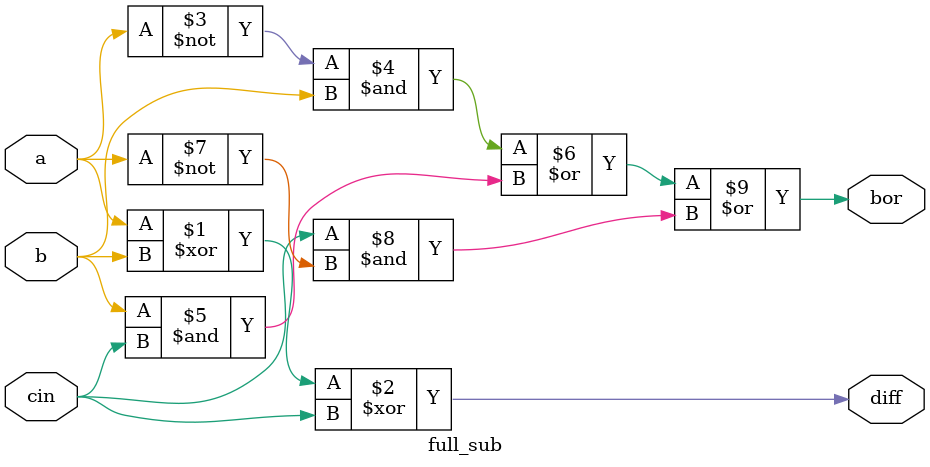
<source format=v>
module full_sub (
    input a, input b, input cin, output bor, output diff
);
   assign diff = a ^ b ^ cin;
   assign bor = ((~a) & b) | (b & cin) | (cin & (~a));  
endmodule
</source>
